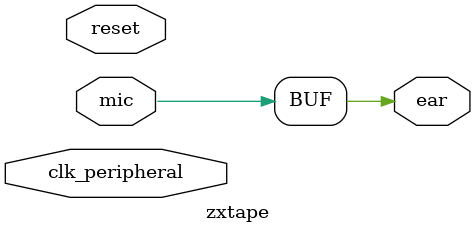
<source format=v>
`timescale 1ns / 1ps


module zxtape(
    output 	ear,
    input 	mic,
    
    input	clk_peripheral,
    input	reset
    );
    
    assign ear = mic;
    
endmodule

</source>
